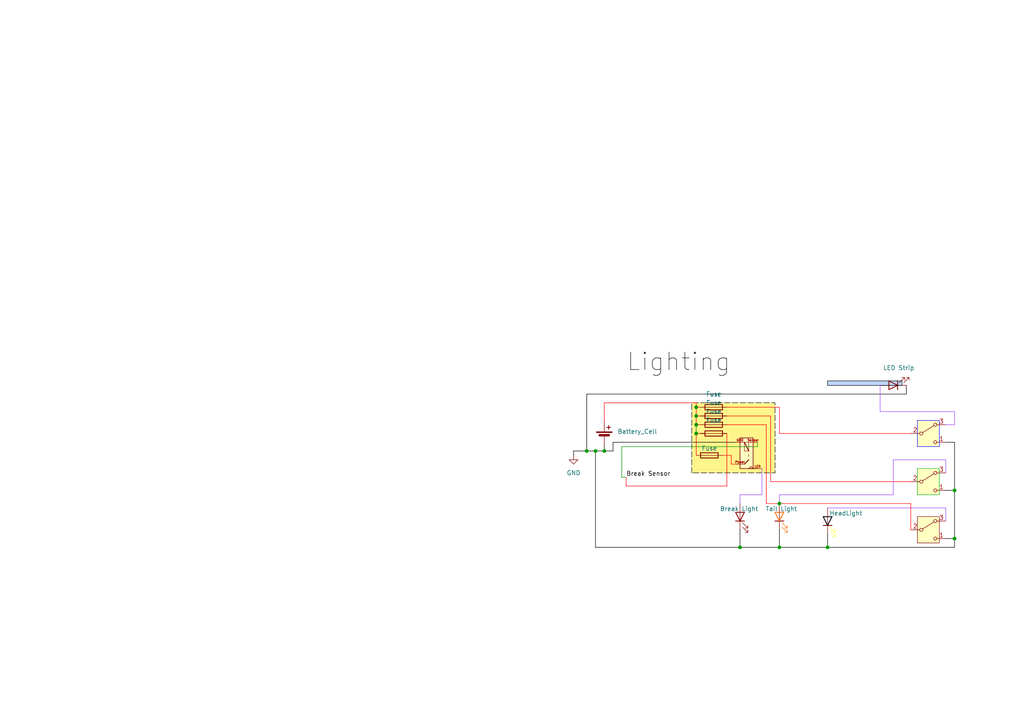
<source format=kicad_sch>
(kicad_sch (version 20250114) (generator "eeschema") (generator_version "9.0")
  (paper "A4")
  (lib_symbols
    (symbol "Device:Battery_Cell" (pin_numbers (hide yes)) (pin_names (offset 0) (hide yes))
      (property "Reference" "BT" (at 2.54 2.54 0))
      (property "Value" "Battery_Cell" (at 2.54 0 0))
      (symbol "Battery_Cell_0_1"
        (rectangle (start -2.286 1.778) (end 2.286 1.524) (fill (type outline)))
        (rectangle (start -1.524 1.016) (end 1.524 0.508) (fill (type outline)))
        (polyline (pts (xy 0 1.778) (xy 0 2.54)))
        (polyline (pts (xy 0 0.762) (xy 0 0)))
        (polyline (pts (xy 0.762 3.048) (xy 1.778 3.048)) (stroke (width 0.254)))
        (polyline (pts (xy 1.27 3.556) (xy 1.27 2.54)) (stroke (width 0.254)))
      )
      (symbol "Battery_Cell_1_1"
        (pin passive line (at 0 5.08 270) (length 2.54) (name "+") (number "1"))
        (pin passive line (at 0 -2.54 90) (length 2.54) (name "-") (number "2"))
      )
    )
    (symbol "Device:Fuse" (pin_numbers (hide yes)) (pin_names (offset 0))
      (property "Reference" "F" (at 2.032 0 90))
      (property "Value" "Fuse" (at -1.905 0 90))
      (symbol "Fuse_0_1"
        (rectangle (start -0.762 -2.54) (end 0.762 2.54) (stroke (width 0.254)))
        (polyline (pts (xy 0 2.54) (xy 0 -2.54)))
      )
      (symbol "Fuse_1_1"
        (pin passive line (at 0 3.81 270) (length 1.27) (name "~") (number "1"))
        (pin passive line (at 0 -3.81 90) (length 1.27) (name "~") (number "2"))
      )
    )
    (symbol "Device:LED" (pin_numbers (hide yes)) (pin_names (offset 1.016) (hide yes))
      (property "Reference" "D" (at 0 2.54 0))
      (property "Value" "LED" (at 0 -2.54 0))
      (symbol "LED_0_1"
        (polyline (pts (xy -3.048 -0.762) (xy -4.572 -2.286) (xy -3.81 -2.286) (xy -4.572 -2.286) (xy -4.572 -1.524)))
        (polyline (pts (xy -1.778 -0.762) (xy -3.302 -2.286) (xy -2.54 -2.286) (xy -3.302 -2.286) (xy -3.302 -1.524)))
        (polyline (pts (xy -1.27 0) (xy 1.27 0)))
        (polyline (pts (xy -1.27 -1.27) (xy -1.27 1.27)) (stroke (width 0.254)))
        (polyline (pts (xy 1.27 -1.27) (xy 1.27 1.27) (xy -1.27 0) (xy 1.27 -1.27)) (stroke (width 0.254)))
      )
      (symbol "LED_1_1"
        (pin passive line (at -3.81 0 0) (length 2.54) (name "K") (number "1"))
        (pin passive line (at 3.81 0 180) (length 2.54) (name "A") (number "2"))
      )
    )
    (symbol "Fujitsu_FTR-LYAA005x_1"
      (symbol "Fujitsu_FTR-LYAA005x_1_0_0"
        (polyline (pts (xy 5.08 2.54) (xy 5.08 0) (xy 4.445 0.635) (xy 5.08 1.27)))
      )
      (symbol "Fujitsu_FTR-LYAA005x_1_0_1"
        (polyline (pts (xy -2.54 -1.27) (xy 0 0)) (stroke (width 0.254)))
      )
      (symbol "Fujitsu_FTR-LYAA005x_1_1_1"
        (rectangle (start -3.81 1.27) (end 5.08 -2.54) (stroke (width 0.1905)) (fill (type background)))
        (rectangle (start -2.54 0) (end 0 -1.27) (stroke (width 0.127)))
        (polyline (pts (xy 0.9525 0) (xy 1.5875 0)) (stroke (width 0.127)))
        (polyline (pts (xy 2.54 0) (xy 3.81 -1.27)) (stroke (width 0.254)))
        (pin passive line (at -2.54 2.54 270) (length 2.54) (name "~") (number "Sensor"))
        (pin passive line (at -2.54 -3.81 90) (length 2.54) (name "~") (number "GND"))
        (pin passive line (at 3.81 -3.81 90) (length 2.54) (name "~") (number "Power"))
        (pin passive line (at 5.08 3.81 270) (length 2.54) (name "~") (number "LED"))
      )
    )
    (symbol "LED_1" (pin_numbers (hide yes)) (pin_names (offset 1.016) (hide yes))
      (property "Value" "Tail Light" (at -2.8574 -3.81 90))
      (symbol "LED_1_0_1"
        (polyline (pts (xy -1.27 0) (xy 1.27 0)))
        (polyline (pts (xy -1.27 -1.27) (xy -1.27 1.27)) (stroke (width 0.254)))
      )
      (symbol "LED_1_1_1"
        (polyline (pts (xy -3.048 -0.762) (xy -4.572 -2.286) (xy -3.81 -2.286) (xy -4.572 -2.286) (xy -4.572 -1.524)) (stroke (width 0) (color 255 109 7 1)))
        (polyline (pts (xy -1.778 -0.762) (xy -3.302 -2.286) (xy -2.54 -2.286) (xy -3.302 -2.286) (xy -3.302 -1.524)) (stroke (width 0) (color 255 109 7 1)))
        (polyline (pts (xy 1.27 -1.27) (xy 1.27 1.27) (xy -1.27 0) (xy 1.27 -1.27)) (stroke (width 0.254) (color 255 109 7 1)))
        (pin passive line (at -3.81 0 0) (length 2.54) (name "K") (number "1"))
        (pin passive line (at 3.81 0 180) (length 2.54) (name "A") (number "2"))
      )
    )
    (symbol "LED_2" (pin_numbers (hide yes)) (pin_names (offset 1.016) (hide yes))
      (property "Value" "LED" (at -2.8574 -3.81 90))
      (symbol "LED_2_0_1"
        (polyline (pts (xy -1.27 0) (xy 1.27 0)))
        (polyline (pts (xy -1.27 -1.27) (xy -1.27 1.27)) (stroke (width 0.254)))
      )
      (symbol "LED_2_1_1"
        (polyline (pts (xy -3.048 -0.762) (xy -4.572 -2.286) (xy -3.81 -2.286) (xy -4.572 -2.286) (xy -4.572 -1.524)) (stroke (width 0) (color 255 250 73 1)))
        (polyline (pts (xy -1.778 -0.762) (xy -3.302 -2.286) (xy -2.54 -2.286) (xy -3.302 -2.286) (xy -3.302 -1.524)) (stroke (width 0) (color 250 255 46 1)))
        (polyline (pts (xy 1.27 -1.27) (xy 1.27 1.27) (xy -1.27 0) (xy 1.27 -1.27)) (stroke (width 0.254) (color 0 0 0 1)))
        (pin passive line (at -3.81 0 0) (length 2.54) (name "K") (number "1"))
        (pin passive line (at 3.81 0 180) (length 2.54) (name "A") (number "2"))
      )
    )
    (symbol "SW_Nidec_CAS-120A1_1" (pin_names (offset 1) (hide yes))
      (symbol "SW_Nidec_CAS-120A1_1_0_1"
        (circle (center -2.032 0) (radius 0.4572))
        (polyline (pts (xy -1.651 0.254) (xy 1.651 2.286)))
        (circle (center 2.032 2.54) (radius 0.4572))
        (circle (center 2.032 -2.54) (radius 0.4572))
      )
      (symbol "SW_Nidec_CAS-120A1_1_1_1"
        (rectangle (start -3.175 3.81) (end 3.175 -3.81) (stroke (width 0) (color 7 0 255 1)) (fill (type background)))
        (pin passive line (at -5.08 0 0) (length 2.54) (name "B") (number "2"))
        (pin passive line (at 5.08 2.54 180) (length 2.54) (name "A") (number "3"))
        (pin passive line (at 5.08 -2.54 180) (length 2.54) (name "C") (number "1"))
      )
    )
    (symbol "SW_Nidec_CAS-120A1_2" (pin_names (offset 1) (hide yes))
      (symbol "SW_Nidec_CAS-120A1_2_0_1"
        (circle (center -2.032 0) (radius 0.4572))
        (polyline (pts (xy -1.651 0.254) (xy 1.651 2.286)))
        (circle (center 2.032 2.54) (radius 0.4572))
        (circle (center 2.032 -2.54) (radius 0.4572))
      )
      (symbol "SW_Nidec_CAS-120A1_2_1_1"
        (rectangle (start -3.175 3.81) (end 3.175 -3.81) (stroke (width 0) (color 8 180 1 1)) (fill (type background)))
        (pin passive line (at -5.08 0 0) (length 2.54) (name "B") (number "2"))
        (pin passive line (at 5.08 2.54 180) (length 2.54) (name "A") (number "3"))
        (pin passive line (at 5.08 -2.54 180) (length 2.54) (name "C") (number "1"))
      )
    )
    (symbol "Switch:SW_Nidec_CAS-120A1" (pin_names (offset 1) (hide yes))
      (property "Reference" "SW" (at 0 4.318 0))
      (property "Value" "SW_Nidec_CAS-120A1" (at 0 -5.08 0))
      (symbol "SW_Nidec_CAS-120A1_0_1"
        (circle (center -2.032 0) (radius 0.4572))
        (polyline (pts (xy -1.651 0.254) (xy 1.651 2.286)))
        (circle (center 2.032 2.54) (radius 0.4572))
        (circle (center 2.032 -2.54) (radius 0.4572))
      )
      (symbol "SW_Nidec_CAS-120A1_1_1"
        (rectangle (start -3.175 3.81) (end 3.175 -3.81) (fill (type background)))
        (pin passive line (at -5.08 0 0) (length 2.54) (name "B") (number "2"))
        (pin passive line (at 5.08 2.54 180) (length 2.54) (name "A") (number "3"))
        (pin passive line (at 5.08 -2.54 180) (length 2.54) (name "C") (number "1"))
      )
    )
    (symbol "power:GND" (power) (pin_numbers (hide yes)) (pin_names (offset 0) (hide yes))
      (property "Value" "GND" (at 0 -3.81 0))
      (symbol "GND_0_1"
        (polyline (pts (xy 0 0) (xy 0 -1.27) (xy 1.27 -1.27) (xy 0 -2.54) (xy -1.27 -1.27) (xy 0 -1.27)))
      )
      (symbol "GND_1_1"
        (pin power_in line (at 0 0 270) (length 0) (name "~") (number "1"))
      )
    )
  )
  (junction (at 240.03 158.75))
  (junction (at 226.06 146.05))
  (junction (at 175.26 130.81))
  (junction (at 214.63 158.75))
  (junction (at 172.72 130.81))
  (junction (at 276.86 142.24))
  (junction (at 201.93 118.11))
  (junction (at 201.93 120.65))
  (junction (at 276.86 156.21))
  (junction (at 170.18 130.81))
  (junction (at 226.06 158.75))
  (junction (at 201.93 123.19))
  (junction (at 201.93 125.73))
  (wire (pts (xy 222.25 146.05) (xy 226.06 146.05)) (stroke (width 0) (color 255 0 6 1)))
  (wire (pts (xy 274.32 128.27) (xy 276.86 128.27)) (stroke (width 0) (color 0 0 0 1)))
  (wire (pts (xy 274.32 133.35) (xy 274.32 137.16)) (stroke (width 0) (color 159 70 255 1)))
  (wire (pts (xy 259.08 133.35) (xy 274.32 133.35)) (stroke (width 0) (color 159 70 255 1)))
  (wire (pts (xy 264.16 125.73) (xy 226.06 125.73)) (stroke (width 0) (color 255 0 6 1)))
  (wire (pts (xy 203.2 123.19) (xy 201.93 123.19)) (stroke (width 0) (color 255 0 6 1)))
  (wire (pts (xy 172.72 130.81) (xy 172.72 158.75)) (stroke (width 0) (color 0 0 0 1)))
  (wire (pts (xy 255.27 111.76) (xy 255.27 119.38)) (stroke (width 0) (color 159 70 255 1)))
  (wire (pts (xy 177.8 128.27) (xy 177.8 130.81)) (stroke (width 0) (color 0 0 0 1)))
  (wire (pts (xy 274.32 123.19) (xy 276.86 123.19)) (stroke (width 0) (color 159 70 255 1)))
  (wire (pts (xy 222.25 123.19) (xy 210.82 123.19)) (stroke (width 0) (color 255 0 6 1)))
  (wire (pts (xy 240.03 154.94) (xy 240.03 158.75)) (stroke (width 0) (color 0 0 0 1)))
  (wire (pts (xy 220.98 143.51) (xy 214.63 143.51)) (stroke (width 0) (color 159 70 255 1)))
  (wire (pts (xy 276.86 128.27) (xy 276.86 142.24)) (stroke (width 0) (color 0 0 0 1)))
  (wire (pts (xy 212.09 134.62) (xy 212.09 132.08)) (stroke (width 0) (color 255 0 6 1)))
  (wire (pts (xy 220.98 135.89) (xy 220.98 143.51)) (stroke (width 0) (color 159 70 255 1)))
  (wire (pts (xy 201.93 125.73) (xy 201.93 132.08)) (stroke (width 0) (color 255 0 6 1)))
  (wire (pts (xy 175.26 130.81) (xy 172.72 130.81)) (stroke (width 0) (color 0 0 0 1)))
  (wire (pts (xy 201.93 118.11) (xy 201.93 120.65)) (stroke (width 0) (color 255 0 6 1)))
  (wire (pts (xy 201.93 118.11) (xy 203.2 118.11)) (stroke (width 0) (color 255 0 6 1)))
  (wire (pts (xy 222.25 123.19) (xy 222.25 146.05)) (stroke (width 0) (color 255 0 6 1)))
  (wire (pts (xy 181.61 140.97) (xy 210.82 140.97)) (stroke (width 0) (color 255 0 6 1)))
  (wire (pts (xy 219.71 129.54) (xy 180.34 129.54)))
  (wire (pts (xy 214.63 143.51) (xy 214.63 146.05)) (stroke (width 0) (color 159 70 255 1)))
  (wire (pts (xy 175.26 116.84) (xy 201.93 116.84)) (stroke (width 0) (color 255 0 6 1)))
  (wire (pts (xy 262.89 114.3) (xy 170.18 114.3)) (stroke (width 0) (color 0 0 0 1)))
  (wire (pts (xy 201.93 123.19) (xy 201.93 125.73)))
  (wire (pts (xy 259.08 143.51) (xy 259.08 133.35)) (stroke (width 0) (color 159 70 255 1)))
  (wire (pts (xy 274.32 142.24) (xy 276.86 142.24)) (stroke (width 0) (color 0 0 0 1)))
  (wire (pts (xy 226.06 143.51) (xy 259.08 143.51)) (stroke (width 0) (color 159 70 255 1)))
  (wire (pts (xy 223.52 120.65) (xy 210.82 120.65)) (stroke (width 0) (color 255 0 6 1)))
  (wire (pts (xy 226.06 143.51) (xy 226.06 146.05)) (stroke (width 0) (color 159 70 255 1)))
  (wire (pts (xy 240.03 158.75) (xy 226.06 158.75)) (stroke (width 0) (color 0 0 0 1)))
  (wire (pts (xy 255.27 119.38) (xy 276.86 119.38)) (stroke (width 0) (color 159 70 255 1)))
  (wire (pts (xy 175.26 129.54) (xy 175.26 130.81)) (stroke (width 0) (color 0 0 0 1)))
  (wire (pts (xy 180.34 138.43) (xy 181.61 138.43)))
  (wire (pts (xy 264.16 139.7) (xy 223.52 139.7)) (stroke (width 0) (color 255 0 6 1)))
  (wire (pts (xy 172.72 130.81) (xy 170.18 130.81)) (stroke (width 0) (color 0 0 0 1)))
  (wire (pts (xy 175.26 121.92) (xy 175.26 116.84)) (stroke (width 0) (color 255 0 6 1)))
  (wire (pts (xy 213.36 134.62) (xy 212.09 134.62)) (stroke (width 0) (color 255 0 6 1)))
  (wire (pts (xy 276.86 142.24) (xy 276.86 156.21)) (stroke (width 0) (color 0 0 0 1)))
  (wire (pts (xy 276.86 156.21) (xy 276.86 158.75)) (stroke (width 0) (color 0 0 0 1)))
  (wire (pts (xy 201.93 116.84) (xy 201.93 118.11)) (stroke (width 0) (color 255 0 6 1)))
  (wire (pts (xy 226.06 125.73) (xy 226.06 118.11)) (stroke (width 0) (color 255 0 6 1)))
  (wire (pts (xy 166.37 130.81) (xy 166.37 132.08)) (stroke (width 0) (color 0 0 0 1)))
  (wire (pts (xy 203.2 125.73) (xy 201.93 125.73)) (stroke (width 0) (color 255 0 6 1)))
  (wire (pts (xy 214.63 153.67) (xy 214.63 158.75)) (stroke (width 0) (color 0 0 0 1)))
  (wire (pts (xy 177.8 130.81) (xy 175.26 130.81)) (stroke (width 0) (color 0 0 0 1)))
  (wire (pts (xy 201.93 125.73) (xy 201.93 123.19)) (stroke (width 0) (color 255 0 6 1)))
  (wire (pts (xy 262.89 111.76) (xy 262.89 114.3)) (stroke (width 0) (color 0 0 0 1)))
  (wire (pts (xy 226.06 153.67) (xy 226.06 158.75)) (stroke (width 0) (color 0 0 0 1)))
  (wire (pts (xy 223.52 120.65) (xy 223.52 139.7)) (stroke (width 0) (color 255 0 6 1)))
  (wire (pts (xy 274.32 156.21) (xy 276.86 156.21)) (stroke (width 0) (color 0 0 0 1)))
  (wire (pts (xy 210.82 140.97) (xy 210.82 125.73)) (stroke (width 0) (color 255 0 6 1)))
  (wire (pts (xy 226.06 146.05) (xy 264.16 146.05)) (stroke (width 0) (color 255 0 6 1)))
  (wire (pts (xy 219.71 128.27) (xy 219.71 129.54)))
  (wire (pts (xy 276.86 158.75) (xy 240.03 158.75)) (stroke (width 0) (color 0 0 0 1)))
  (wire (pts (xy 201.93 120.65) (xy 201.93 123.19)) (stroke (width 0) (color 255 0 6 1)))
  (wire (pts (xy 214.63 158.75) (xy 172.72 158.75)) (stroke (width 0) (color 0 0 0 1)))
  (wire (pts (xy 181.61 138.43) (xy 181.61 140.97)) (stroke (width 0) (color 255 0 6 1)))
  (wire (pts (xy 203.2 120.65) (xy 201.93 120.65)) (stroke (width 0) (color 255 0 6 1)))
  (wire (pts (xy 213.36 128.27) (xy 177.8 128.27)) (stroke (width 0) (color 0 0 0 1)))
  (wire (pts (xy 240.03 147.32) (xy 274.32 147.32)) (stroke (width 0) (color 159 70 255 1)))
  (wire (pts (xy 274.32 147.32) (xy 274.32 151.13)) (stroke (width 0) (color 159 70 255 1)))
  (wire (pts (xy 276.86 119.38) (xy 276.86 123.19)) (stroke (width 0) (color 159 70 255 1)))
  (wire (pts (xy 226.06 158.75) (xy 214.63 158.75)) (stroke (width 0) (color 0 0 0 1)))
  (wire (pts (xy 264.16 146.05) (xy 264.16 153.67)) (stroke (width 0) (color 255 0 6 1)))
  (wire (pts (xy 180.34 129.54) (xy 180.34 138.43)))
  (wire (pts (xy 170.18 130.81) (xy 166.37 130.81)) (stroke (width 0) (color 0 0 0 1)))
  (wire (pts (xy 170.18 114.3) (xy 170.18 130.81)) (stroke (width 0) (color 0 0 0 1)))
  (wire (pts (xy 212.09 132.08) (xy 209.55 132.08)) (stroke (width 0) (color 255 0 6 1)))
  (wire (pts (xy 226.06 118.11) (xy 210.82 118.11)) (stroke (width 0) (color 255 0 6 1)))
  (label "Break Sensor" (at 181.61 138.43 0))
  (label "Lighting" (at 181.61 109.22 0) (effects (font (size 5.08 5.08))))
  (rule_area (polyline (pts (xy 200.66 137.16) (xy 200.66 116.84) (xy 224.79 116.84) (xy 224.79 137.16)) (stroke (width 0) (type dash) (color 0 0 0 1)) (fill (type color) (color 255 245 138 1))))
  (rule_area (polyline (pts (xy 261.62 111.76) (xy 240.03 111.76) (xy 240.03 110.49) (xy 261.62 110.49)) (stroke (width 0) (color 0 0 0 1)) (fill (type color) (color 187 212 255 1))))
  (symbol (lib_id "Device:Fuse") (at 207.01 125.73 90) (unit 1)
    (property "Reference" "F6" (effects (hide yes)))
    (property "Value" "Fuse" (at 207.01 121.92 90))
    (property "Description" "Fuse" (effects (hide yes)))
  )
  (symbol (lib_id "Device:LED") (at 259.08 111.76 180) (unit 1)
    (property "Reference" "D3" (effects (hide yes)))
    (property "Value" "LED Strip" (at 260.6675 106.68 0))
    (property "Description" "Light emitting diode" (effects (hide yes)))
    (property "Sim.Pins" "1=K 2=A" (effects (hide yes)))
  )
  (symbol (lib_name "SW_Nidec_CAS-120A1_1") (lib_id "Switch:SW_Nidec_CAS-120A1") (at 269.24 125.73 0) (unit 1)
    (property "Reference" "SW4" (effects (hide yes)))
    (property "Value" "SW_Nidec_CAS-120A1" (effects (hide yes)))
    (property "Footprint" "Button_Switch_SMD:Nidec_Copal_CAS-120A" (effects (hide yes)))
    (property "Datasheet" "https://www.nidec-components.com/e/catalog/switch/cas.pdf" (effects (hide yes)))
    (property "Description" "Switch, single pole double throw" (effects (hide yes)))
  )
  (symbol (lib_id "Device:Battery_Cell") (at 175.26 127 0) (unit 1)
    (property "Reference" "BT2" (effects (hide yes)))
    (property "Value" "Battery_Cell" (at 179.07 125.1584 0) (effects (justify left)))
    (property "Description" "Single-cell battery" (effects (hide yes)))
  )
  (symbol (lib_name "LED_2") (lib_id "Device:LED") (at 240.03 151.13 90) (unit 1)
    (property "Reference" "D6" (effects (hide yes)))
    (property "Value" "HeadLight" (at 240.538 148.844 90) (effects (justify right)))
    (property "Description" "Light emitting diode" (effects (hide yes)))
    (property "Sim.Pins" "1=K 2=A" (effects (hide yes)))
  )
  (symbol (lib_name "LED_1") (lib_id "Device:LED") (at 226.06 149.86 90) (unit 1)
    (property "Reference" "D5" (effects (hide yes)))
    (property "Value" "Tail Light" (at 221.996 147.574 90) (effects (justify right)))
    (property "Description" "Light emitting diode" (effects (hide yes)))
    (property "Sim.Pins" "1=K 2=A" (effects (hide yes)))
  )
  (symbol (lib_id "Device:Fuse") (at 205.74 132.08 90) (unit 1)
    (property "Reference" "F7" (effects (hide yes)))
    (property "Value" "Fuse" (at 205.74 130.048 90))
    (property "Description" "Fuse" (effects (hide yes)))
  )
  (symbol (lib_id "Switch:SW_Nidec_CAS-120A1") (at 269.24 153.67 0) (unit 1)
    (property "Reference" "SW2" (effects (hide yes)))
    (property "Value" "SW_Nidec_CAS-120A1" (effects (hide yes)))
    (property "Footprint" "Button_Switch_SMD:Nidec_Copal_CAS-120A" (effects (hide yes)))
    (property "Datasheet" "https://www.nidec-components.com/e/catalog/switch/cas.pdf" (effects (hide yes)))
    (property "Description" "Switch, single pole double throw" (effects (hide yes)))
  )
  (symbol (lib_id "Device:Fuse") (at 207.01 123.19 90) (unit 1)
    (property "Reference" "F5" (effects (hide yes)))
    (property "Value" "Fuse" (at 207.01 119.38 90))
    (property "Description" "Fuse" (effects (hide yes)))
  )
  (symbol (lib_id "Device:Fuse") (at 207.01 118.11 90) (unit 1)
    (property "Reference" "F3" (effects (hide yes)))
    (property "Value" "Fuse" (at 207.01 114.3 90))
    (property "Description" "Fuse" (effects (hide yes)))
  )
  (symbol (lib_name "Fujitsu_FTR-LYAA005x_1") (lib_id "Relay:Fujitsu_FTR-LYAA005x") (at 217.17 130.81 270) (unit 1)
    (property "Reference" "K2" (effects (hide yes)))
    (property "Value" "Fujitsu_FTR-LYAA005x" (effects (hide yes)))
    (property "Footprint" "Relay_THT:Relay_SPST-NO_Fujitsu_FTR-LYAA005x_FormA_Vertical" (effects (hide yes)))
    (property "Datasheet" "https://www.fujitsu.com/sg/imagesgig5/ftr-ly.pdf" (effects (hide yes)))
    (property "Description" "Relay, SPST Form A, vertical mount, 5-60V coil, 6A, 250VAC, 28 x 5 x 15mm" (effects (hide yes)))
  )
  (symbol (lib_id "Device:LED") (at 214.63 149.86 90) (unit 1)
    (property "Reference" "D4" (effects (hide yes)))
    (property "Value" "Break Light" (at 208.788 147.574 90) (effects (justify right)))
    (property "Description" "Light emitting diode" (effects (hide yes)))
    (property "Sim.Pins" "1=K 2=A" (effects (hide yes)))
  )
  (symbol (lib_id "power:GND") (at 166.37 132.08 0) (unit 1)
    (property "Reference" "#PWR03" (effects (hide yes)))
    (property "Value" "GND" (at 166.37 137.16 0))
    (property "Description" "Power symbol creates a global label with name \"GND\" , ground" (effects (hide yes)))
  )
  (symbol (lib_id "Device:Fuse") (at 207.01 120.65 90) (unit 1)
    (property "Reference" "F4" (effects (hide yes)))
    (property "Value" "Fuse" (at 207.01 116.84 90))
    (property "Description" "Fuse" (effects (hide yes)))
  )
  (symbol (lib_name "SW_Nidec_CAS-120A1_2") (lib_id "Switch:SW_Nidec_CAS-120A1") (at 269.24 139.7 0) (unit 1)
    (property "Reference" "SW3" (effects (hide yes)))
    (property "Value" "SW_Nidec_CAS-120A1" (effects (hide yes)))
    (property "Footprint" "Button_Switch_SMD:Nidec_Copal_CAS-120A" (effects (hide yes)))
    (property "Datasheet" "https://www.nidec-components.com/e/catalog/switch/cas.pdf" (effects (hide yes)))
    (property "Description" "Switch, single pole double throw" (effects (hide yes)))
  )
)
</source>
